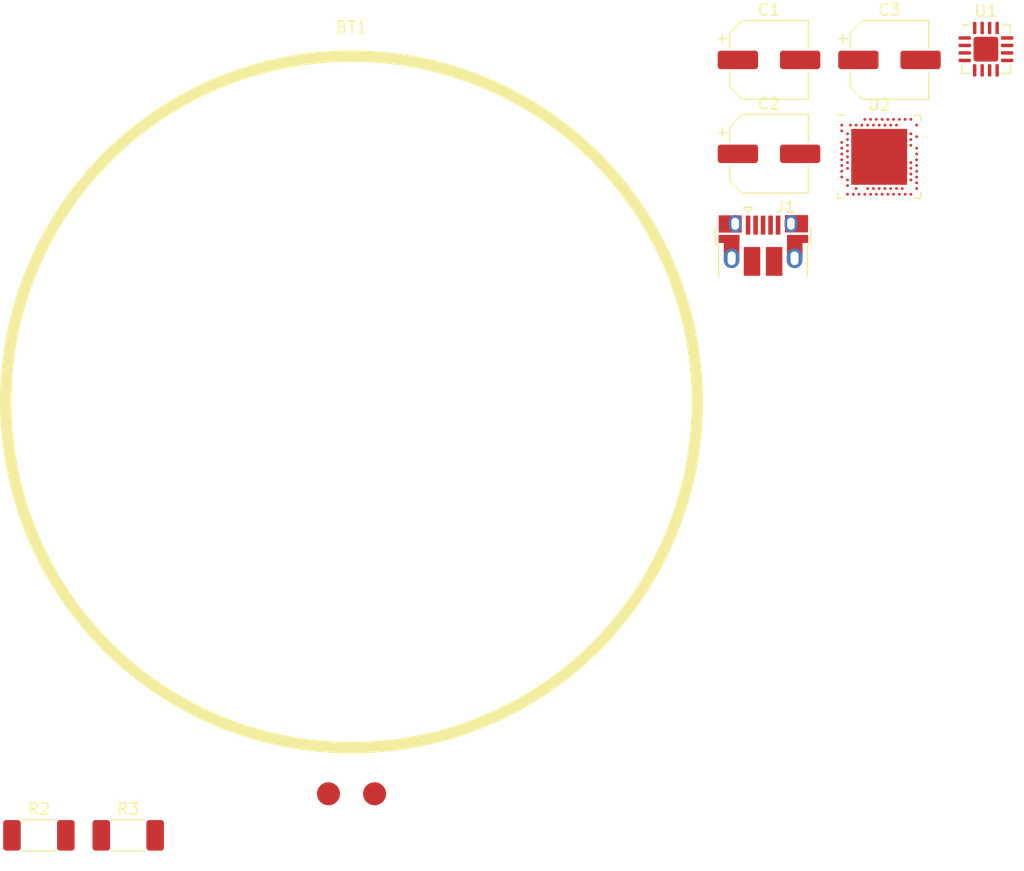
<source format=kicad_pcb>
(kicad_pcb (version 20171130) (host pcbnew "(5.1.2)-2")

  (general
    (thickness 1.6)
    (drawings 0)
    (tracks 0)
    (zones 0)
    (modules 9)
    (nets 82)
  )

  (page A4)
  (layers
    (0 F.Cu signal)
    (31 B.Cu signal)
    (32 B.Adhes user)
    (33 F.Adhes user)
    (34 B.Paste user)
    (35 F.Paste user)
    (36 B.SilkS user)
    (37 F.SilkS user)
    (38 B.Mask user)
    (39 F.Mask user)
    (40 Dwgs.User user)
    (41 Cmts.User user)
    (42 Eco1.User user)
    (43 Eco2.User user)
    (44 Edge.Cuts user)
    (45 Margin user)
    (46 B.CrtYd user)
    (47 F.CrtYd user)
    (48 B.Fab user)
    (49 F.Fab user)
  )

  (setup
    (last_trace_width 0.25)
    (trace_clearance 0.2)
    (zone_clearance 0.508)
    (zone_45_only no)
    (trace_min 0.2)
    (via_size 0.8)
    (via_drill 0.4)
    (via_min_size 0.4)
    (via_min_drill 0.3)
    (uvia_size 0.3)
    (uvia_drill 0.1)
    (uvias_allowed no)
    (uvia_min_size 0.2)
    (uvia_min_drill 0.1)
    (edge_width 0.1)
    (segment_width 0.2)
    (pcb_text_width 0.3)
    (pcb_text_size 1.5 1.5)
    (mod_edge_width 0.15)
    (mod_text_size 1 1)
    (mod_text_width 0.15)
    (pad_size 1.524 1.524)
    (pad_drill 0.762)
    (pad_to_mask_clearance 0)
    (aux_axis_origin 0 0)
    (visible_elements FFFFFF7F)
    (pcbplotparams
      (layerselection 0x010fc_ffffffff)
      (usegerberextensions false)
      (usegerberattributes false)
      (usegerberadvancedattributes false)
      (creategerberjobfile false)
      (excludeedgelayer true)
      (linewidth 0.100000)
      (plotframeref false)
      (viasonmask false)
      (mode 1)
      (useauxorigin false)
      (hpglpennumber 1)
      (hpglpenspeed 20)
      (hpglpendiameter 15.000000)
      (psnegative false)
      (psa4output false)
      (plotreference true)
      (plotvalue true)
      (plotinvisibletext false)
      (padsonsilk false)
      (subtractmaskfromsilk false)
      (outputformat 1)
      (mirror false)
      (drillshape 1)
      (scaleselection 1)
      (outputdirectory ""))
  )

  (net 0 "")
  (net 1 GND)
  (net 2 "Net-(C1-Pad2)")
  (net 3 VCC)
  (net 4 "Net-(C3-Pad2)")
  (net 5 "Net-(J1-Pad6)")
  (net 6 "Net-(J1-Pad4)")
  (net 7 /D+)
  (net 8 /D-)
  (net 9 "Net-(R2-Pad1)")
  (net 10 "Net-(R3-Pad1)")
  (net 11 "Net-(U1-Pad15)")
  (net 12 /CHRG)
  (net 13 "Net-(U1-Pad13)")
  (net 14 "Net-(U1-Pad11)")
  (net 15 "Net-(U1-Pad8)")
  (net 16 "Net-(U1-Pad7)")
  (net 17 "Net-(U1-Pad6)")
  (net 18 "Net-(U1-Pad5)")
  (net 19 "Net-(BT1-Pad2)")
  (net 20 "Net-(U2-PadAC24)")
  (net 21 "Net-(U2-PadAA24)")
  (net 22 "Net-(U2-PadW24)")
  (net 23 "Net-(U2-PadU24)")
  (net 24 "Net-(U2-PadR24)")
  (net 25 "Net-(U2-PadN24)")
  (net 26 "Net-(U2-PadL24)")
  (net 27 "Net-(U2-PadJ24)")
  (net 28 "Net-(U2-PadE24)")
  (net 29 "Net-(U2-PadY23)")
  (net 30 "Net-(U2-PadV23)")
  (net 31 "Net-(U2-PadT23)")
  (net 32 "Net-(U2-PadP23)")
  (net 33 "Net-(U2-PadH23)")
  (net 34 "Net-(U2-PadA23)")
  (net 35 "Net-(U2-PadA20)")
  (net 36 "Net-(U2-PadA18)")
  (net 37 "Net-(U2-PadA16)")
  (net 38 "Net-(U2-PadA14)")
  (net 39 "Net-(U2-PadA10)")
  (net 40 "Net-(U2-PadB19)")
  (net 41 "Net-(U2-PadB17)")
  (net 42 "Net-(U2-PadB15)")
  (net 43 "Net-(U2-PadB13)")
  (net 44 "Net-(U2-PadB11)")
  (net 45 "Net-(U2-PadB9)")
  (net 46 "Net-(U2-PadB5)")
  (net 47 "Net-(U2-PadAC5)")
  (net 48 "Net-(U2-PadAC9)")
  (net 49 "Net-(U2-PadAC11)")
  (net 50 "Net-(U2-PadAC13)")
  (net 51 "Net-(U2-PadAC15)")
  (net 52 "Net-(U2-PadAC17)")
  (net 53 "Net-(U2-PadAC19)")
  (net 54 "Net-(U2-PadAD22)")
  (net 55 "Net-(U2-PadAD20)")
  (net 56 "Net-(U2-PadAD18)")
  (net 57 "Net-(U2-PadAD16)")
  (net 58 "Net-(U2-PadAD12)")
  (net 59 "Net-(U2-PadAD10)")
  (net 60 "Net-(U2-PadAD8)")
  (net 61 "Net-(U2-PadD2)")
  (net 62 "Net-(U2-PadC1)")
  (net 63 "Net-(U2-PadF2)")
  (net 64 "Net-(U2-PadH2)")
  (net 65 "Net-(U2-PadK2)")
  (net 66 "Net-(U2-PadM2)")
  (net 67 "Net-(U2-PadP2)")
  (net 68 "Net-(U2-PadT2)")
  (net 69 "Net-(U2-PadG1)")
  (net 70 "Net-(U2-PadJ1)")
  (net 71 "Net-(U2-PadL1)")
  (net 72 "Net-(U2-PadN1)")
  (net 73 "Net-(U2-PadR1)")
  (net 74 "Net-(U2-PadU1)")
  (net 75 "Net-(U2-PadAB2)")
  (net 76 "Net-(U2-PadAD2)")
  (net 77 "Net-(U2-PadAC21)")
  (net 78 "Net-(U2-PadB3)")
  (net 79 "Net-(U2-PadA8)")
  (net 80 "Net-(U2-PadD23)")
  (net 81 "Net-(U2-PadB24)")

  (net_class Default "This is the default net class."
    (clearance 0.2)
    (trace_width 0.25)
    (via_dia 0.8)
    (via_drill 0.4)
    (uvia_dia 0.3)
    (uvia_drill 0.1)
    (add_net /CHRG)
    (add_net /D+)
    (add_net /D-)
    (add_net GND)
    (add_net "Net-(BT1-Pad2)")
    (add_net "Net-(C1-Pad2)")
    (add_net "Net-(C3-Pad2)")
    (add_net "Net-(J1-Pad4)")
    (add_net "Net-(J1-Pad6)")
    (add_net "Net-(R2-Pad1)")
    (add_net "Net-(R3-Pad1)")
    (add_net "Net-(U1-Pad11)")
    (add_net "Net-(U1-Pad13)")
    (add_net "Net-(U1-Pad15)")
    (add_net "Net-(U1-Pad5)")
    (add_net "Net-(U1-Pad6)")
    (add_net "Net-(U1-Pad7)")
    (add_net "Net-(U1-Pad8)")
    (add_net "Net-(U2-PadA10)")
    (add_net "Net-(U2-PadA14)")
    (add_net "Net-(U2-PadA16)")
    (add_net "Net-(U2-PadA18)")
    (add_net "Net-(U2-PadA20)")
    (add_net "Net-(U2-PadA23)")
    (add_net "Net-(U2-PadA8)")
    (add_net "Net-(U2-PadAA24)")
    (add_net "Net-(U2-PadAB2)")
    (add_net "Net-(U2-PadAC11)")
    (add_net "Net-(U2-PadAC13)")
    (add_net "Net-(U2-PadAC15)")
    (add_net "Net-(U2-PadAC17)")
    (add_net "Net-(U2-PadAC19)")
    (add_net "Net-(U2-PadAC21)")
    (add_net "Net-(U2-PadAC24)")
    (add_net "Net-(U2-PadAC5)")
    (add_net "Net-(U2-PadAC9)")
    (add_net "Net-(U2-PadAD10)")
    (add_net "Net-(U2-PadAD12)")
    (add_net "Net-(U2-PadAD16)")
    (add_net "Net-(U2-PadAD18)")
    (add_net "Net-(U2-PadAD2)")
    (add_net "Net-(U2-PadAD20)")
    (add_net "Net-(U2-PadAD22)")
    (add_net "Net-(U2-PadAD8)")
    (add_net "Net-(U2-PadB11)")
    (add_net "Net-(U2-PadB13)")
    (add_net "Net-(U2-PadB15)")
    (add_net "Net-(U2-PadB17)")
    (add_net "Net-(U2-PadB19)")
    (add_net "Net-(U2-PadB24)")
    (add_net "Net-(U2-PadB3)")
    (add_net "Net-(U2-PadB5)")
    (add_net "Net-(U2-PadB9)")
    (add_net "Net-(U2-PadC1)")
    (add_net "Net-(U2-PadD2)")
    (add_net "Net-(U2-PadD23)")
    (add_net "Net-(U2-PadE24)")
    (add_net "Net-(U2-PadF2)")
    (add_net "Net-(U2-PadG1)")
    (add_net "Net-(U2-PadH2)")
    (add_net "Net-(U2-PadH23)")
    (add_net "Net-(U2-PadJ1)")
    (add_net "Net-(U2-PadJ24)")
    (add_net "Net-(U2-PadK2)")
    (add_net "Net-(U2-PadL1)")
    (add_net "Net-(U2-PadL24)")
    (add_net "Net-(U2-PadM2)")
    (add_net "Net-(U2-PadN1)")
    (add_net "Net-(U2-PadN24)")
    (add_net "Net-(U2-PadP2)")
    (add_net "Net-(U2-PadP23)")
    (add_net "Net-(U2-PadR1)")
    (add_net "Net-(U2-PadR24)")
    (add_net "Net-(U2-PadT2)")
    (add_net "Net-(U2-PadT23)")
    (add_net "Net-(U2-PadU1)")
    (add_net "Net-(U2-PadU24)")
    (add_net "Net-(U2-PadV23)")
    (add_net "Net-(U2-PadW24)")
    (add_net "Net-(U2-PadY23)")
    (add_net VCC)
  )

  (module Package_DFN_QFN:Nordic_AQFN-73-1EP_7x7mm_P0.5mm (layer F.Cu) (tedit 5A55E2FA) (tstamp 5D28E4BC)
    (at 163.895 101.905001)
    (descr http://infocenter.nordicsemi.com/index.jsp?topic=%2Fcom.nordic.infocenter.nrf52%2Fdita%2Fnrf52%2Fchips%2Fnrf52840.html)
    (tags "AQFN 7mm ")
    (path /5D266D72)
    (attr smd)
    (fp_text reference U2 (at 0 -4.5) (layer F.SilkS)
      (effects (font (size 1 1) (thickness 0.15)))
    )
    (fp_text value nRF52840 (at 0.03 5.72) (layer F.Fab)
      (effects (font (size 1 1) (thickness 0.15)))
    )
    (fp_line (start -3 -3.5) (end 3.5 -3.5) (layer F.Fab) (width 0.1))
    (fp_line (start -3.5 -3) (end -3.5 3.5) (layer F.Fab) (width 0.1))
    (fp_line (start -3.5 3.5) (end 3.5 3.5) (layer F.Fab) (width 0.1))
    (fp_line (start 3.5 -3.5) (end 3.5 3.5) (layer F.Fab) (width 0.1))
    (fp_line (start -3.5 -3) (end -3 -3.5) (layer F.Fab) (width 0.1))
    (fp_line (start 3.61 -3.61) (end 3.05 -3.61) (layer F.SilkS) (width 0.12))
    (fp_line (start 3.61 -3.61) (end 3.61 -3.05) (layer F.SilkS) (width 0.12))
    (fp_line (start 3.61 3.61) (end 3.61 3.05) (layer F.SilkS) (width 0.12))
    (fp_line (start 3.61 3.61) (end 3.05 3.61) (layer F.SilkS) (width 0.12))
    (fp_line (start -3.61 3.61) (end -3.05 3.61) (layer F.SilkS) (width 0.12))
    (fp_line (start -3.61 3.61) (end -3.61 3.05) (layer F.SilkS) (width 0.12))
    (fp_line (start -3.61 -3.61) (end -3.05 -3.61) (layer F.SilkS) (width 0.12))
    (fp_line (start -3.81 -3.81) (end 3.81 -3.81) (layer F.CrtYd) (width 0.05))
    (fp_line (start -3.81 3.81) (end -3.81 -3.81) (layer F.CrtYd) (width 0.05))
    (fp_line (start 3.81 3.81) (end -3.81 3.81) (layer F.CrtYd) (width 0.05))
    (fp_line (start 3.81 -3.81) (end 3.81 3.81) (layer F.CrtYd) (width 0.05))
    (fp_text user %R (at 0 0) (layer F.Fab)
      (effects (font (size 1 1) (thickness 0.15)))
    )
    (pad AC24 smd circle (at 3.25 2.75 180) (size 0.25 0.25) (layers F.Cu F.Paste F.Mask)
      (net 20 "Net-(U2-PadAC24)"))
    (pad AA24 smd circle (at 3.25 2.25 180) (size 0.25 0.25) (layers F.Cu F.Paste F.Mask)
      (net 21 "Net-(U2-PadAA24)"))
    (pad W24 smd circle (at 3.25 1.75 180) (size 0.25 0.25) (layers F.Cu F.Paste F.Mask)
      (net 22 "Net-(U2-PadW24)"))
    (pad U24 smd circle (at 3.25 1.25 180) (size 0.25 0.25) (layers F.Cu F.Paste F.Mask)
      (net 23 "Net-(U2-PadU24)"))
    (pad R24 smd circle (at 3.25 0.75 180) (size 0.25 0.25) (layers F.Cu F.Paste F.Mask)
      (net 24 "Net-(U2-PadR24)"))
    (pad N24 smd circle (at 3.25 0.25 180) (size 0.25 0.25) (layers F.Cu F.Paste F.Mask)
      (net 25 "Net-(U2-PadN24)"))
    (pad L24 smd circle (at 3.25 -0.25 180) (size 0.25 0.25) (layers F.Cu F.Paste F.Mask)
      (net 26 "Net-(U2-PadL24)"))
    (pad J24 smd circle (at 3.25 -0.75 180) (size 0.25 0.25) (layers F.Cu F.Paste F.Mask)
      (net 27 "Net-(U2-PadJ24)"))
    (pad E24 smd circle (at 3.25 -1.75 180) (size 0.25 0.25) (layers F.Cu F.Paste F.Mask)
      (net 28 "Net-(U2-PadE24)"))
    (pad Y23 smd circle (at 2.75 2 180) (size 0.25 0.25) (layers F.Cu F.Paste F.Mask)
      (net 29 "Net-(U2-PadY23)"))
    (pad V23 smd circle (at 2.75 1.5 180) (size 0.25 0.25) (layers F.Cu F.Paste F.Mask)
      (net 30 "Net-(U2-PadV23)"))
    (pad T23 smd circle (at 2.75 1 180) (size 0.25 0.25) (layers F.Cu F.Paste F.Mask)
      (net 31 "Net-(U2-PadT23)"))
    (pad P23 smd circle (at 2.75 0.5 180) (size 0.25 0.25) (layers F.Cu F.Paste F.Mask)
      (net 32 "Net-(U2-PadP23)"))
    (pad H23 smd circle (at 2.75 -1 180) (size 0.25 0.25) (layers F.Cu F.Paste F.Mask)
      (net 33 "Net-(U2-PadH23)"))
    (pad F23 smd circle (at 2.75 -1.5 180) (size 0.25 0.25) (layers F.Cu F.Paste F.Mask)
      (net 1 GND))
    (pad A23 smd circle (at 2.75 -3.25 180) (size 0.25 0.25) (layers F.Cu F.Paste F.Mask)
      (net 34 "Net-(U2-PadA23)"))
    (pad A22 smd circle (at 2.25 -3.25 180) (size 0.25 0.25) (layers F.Cu F.Paste F.Mask)
      (net 10 "Net-(R3-Pad1)"))
    (pad A20 smd circle (at 1.75 -3.25 180) (size 0.25 0.25) (layers F.Cu F.Paste F.Mask)
      (net 35 "Net-(U2-PadA20)"))
    (pad A18 smd circle (at 1.25 -3.25 180) (size 0.25 0.25) (layers F.Cu F.Paste F.Mask)
      (net 36 "Net-(U2-PadA18)"))
    (pad A16 smd circle (at 0.75 -3.25 180) (size 0.25 0.25) (layers F.Cu F.Paste F.Mask)
      (net 37 "Net-(U2-PadA16)"))
    (pad A14 smd circle (at 0.25 -3.25 180) (size 0.25 0.25) (layers F.Cu F.Paste F.Mask)
      (net 38 "Net-(U2-PadA14)"))
    (pad A12 smd circle (at -0.25 -3.25 180) (size 0.25 0.25) (layers F.Cu F.Paste F.Mask)
      (net 12 /CHRG))
    (pad A10 smd circle (at -0.75 -3.25 180) (size 0.25 0.25) (layers F.Cu F.Paste F.Mask)
      (net 39 "Net-(U2-PadA10)"))
    (pad B19 smd circle (at 1.5 -2.75 180) (size 0.25 0.25) (layers F.Cu F.Paste F.Mask)
      (net 40 "Net-(U2-PadB19)"))
    (pad B17 smd circle (at 1 -2.75 180) (size 0.25 0.25) (layers F.Cu F.Paste F.Mask)
      (net 41 "Net-(U2-PadB17)"))
    (pad B15 smd circle (at 0.5 -2.75 180) (size 0.25 0.25) (layers F.Cu F.Paste F.Mask)
      (net 42 "Net-(U2-PadB15)"))
    (pad B13 smd circle (at 0 -2.75 180) (size 0.25 0.25) (layers F.Cu F.Paste F.Mask)
      (net 43 "Net-(U2-PadB13)"))
    (pad B11 smd circle (at -0.5 -2.75 180) (size 0.25 0.25) (layers F.Cu F.Paste F.Mask)
      (net 44 "Net-(U2-PadB11)"))
    (pad B9 smd circle (at -1 -2.75 180) (size 0.25 0.25) (layers F.Cu F.Paste F.Mask)
      (net 45 "Net-(U2-PadB9)"))
    (pad B7 smd circle (at -1.5 -2.75 180) (size 0.25 0.25) (layers F.Cu F.Paste F.Mask)
      (net 1 GND))
    (pad B5 smd circle (at -2 -2.75 180) (size 0.25 0.25) (layers F.Cu F.Paste F.Mask)
      (net 46 "Net-(U2-PadB5)"))
    (pad AC5 smd circle (at -2 2.75 180) (size 0.25 0.25) (layers F.Cu F.Paste F.Mask)
      (net 47 "Net-(U2-PadAC5)"))
    (pad AC9 smd circle (at -1 2.75 180) (size 0.25 0.25) (layers F.Cu F.Paste F.Mask)
      (net 48 "Net-(U2-PadAC9)"))
    (pad AC11 smd circle (at -0.5 2.75 180) (size 0.25 0.25) (layers F.Cu F.Paste F.Mask)
      (net 49 "Net-(U2-PadAC11)"))
    (pad AC13 smd circle (at 0 2.75 180) (size 0.25 0.25) (layers F.Cu F.Paste F.Mask)
      (net 50 "Net-(U2-PadAC13)"))
    (pad AC15 smd circle (at 0.5 2.75 180) (size 0.25 0.25) (layers F.Cu F.Paste F.Mask)
      (net 51 "Net-(U2-PadAC15)"))
    (pad AC17 smd circle (at 1 2.75 180) (size 0.25 0.25) (layers F.Cu F.Paste F.Mask)
      (net 52 "Net-(U2-PadAC17)"))
    (pad AC19 smd circle (at 1.5 2.75 180) (size 0.25 0.25) (layers F.Cu F.Paste F.Mask)
      (net 53 "Net-(U2-PadAC19)"))
    (pad AD22 smd circle (at 2.25 3.25 180) (size 0.25 0.25) (layers F.Cu F.Paste F.Mask)
      (net 54 "Net-(U2-PadAD22)"))
    (pad AD20 smd circle (at 1.75 3.25 180) (size 0.25 0.25) (layers F.Cu F.Paste F.Mask)
      (net 55 "Net-(U2-PadAD20)"))
    (pad AD18 smd circle (at 1.25 3.25 180) (size 0.25 0.25) (layers F.Cu F.Paste F.Mask)
      (net 56 "Net-(U2-PadAD18)"))
    (pad AD16 smd circle (at 0.75 3.25 180) (size 0.25 0.25) (layers F.Cu F.Paste F.Mask)
      (net 57 "Net-(U2-PadAD16)"))
    (pad AD14 smd circle (at 0.25 3.25 180) (size 0.25 0.25) (layers F.Cu F.Paste F.Mask)
      (net 10 "Net-(R3-Pad1)"))
    (pad AD12 smd circle (at -0.25 3.25 180) (size 0.25 0.25) (layers F.Cu F.Paste F.Mask)
      (net 58 "Net-(U2-PadAD12)"))
    (pad AD10 smd circle (at -0.75 3.25 180) (size 0.25 0.25) (layers F.Cu F.Paste F.Mask)
      (net 59 "Net-(U2-PadAD10)"))
    (pad AD8 smd circle (at -1.25 3.25 180) (size 0.25 0.25) (layers F.Cu F.Paste F.Mask)
      (net 60 "Net-(U2-PadAD8)"))
    (pad AD6 smd circle (at -1.75 3.25 180) (size 0.25 0.25) (layers F.Cu F.Paste F.Mask)
      (net 7 /D+))
    (pad AD4 smd circle (at -2.25 3.25 180) (size 0.25 0.25) (layers F.Cu F.Paste F.Mask)
      (net 8 /D-))
    (pad B1 smd circle (at -3.25 -2.75 180) (size 0.25 0.25) (layers F.Cu F.Paste F.Mask)
      (net 10 "Net-(R3-Pad1)"))
    (pad D2 smd circle (at -2.75 -2 180) (size 0.25 0.25) (layers F.Cu F.Paste F.Mask)
      (net 61 "Net-(U2-PadD2)"))
    (pad C1 smd circle (at -3.25 -2.25 180) (size 0.25 0.25) (layers F.Cu F.Paste F.Mask)
      (net 62 "Net-(U2-PadC1)"))
    (pad F2 smd circle (at -2.75 -1.5 180) (size 0.25 0.25) (layers F.Cu F.Paste F.Mask)
      (net 63 "Net-(U2-PadF2)"))
    (pad H2 smd circle (at -2.75 -1 180) (size 0.25 0.25) (layers F.Cu F.Paste F.Mask)
      (net 64 "Net-(U2-PadH2)"))
    (pad K2 smd circle (at -2.75 -0.5 180) (size 0.25 0.25) (layers F.Cu F.Paste F.Mask)
      (net 65 "Net-(U2-PadK2)"))
    (pad M2 smd circle (at -2.75 0 180) (size 0.25 0.25) (layers F.Cu F.Paste F.Mask)
      (net 66 "Net-(U2-PadM2)"))
    (pad P2 smd circle (at -2.75 0.5 180) (size 0.25 0.25) (layers F.Cu F.Paste F.Mask)
      (net 67 "Net-(U2-PadP2)"))
    (pad T2 smd circle (at -2.75 1 180) (size 0.25 0.25) (layers F.Cu F.Paste F.Mask)
      (net 68 "Net-(U2-PadT2)"))
    (pad G1 smd circle (at -3.25 -1.25 180) (size 0.25 0.25) (layers F.Cu F.Paste F.Mask)
      (net 69 "Net-(U2-PadG1)"))
    (pad J1 smd circle (at -3.25 -0.75 180) (size 0.25 0.25) (layers F.Cu F.Paste F.Mask)
      (net 70 "Net-(U2-PadJ1)"))
    (pad L1 smd circle (at -3.25 -0.25 180) (size 0.25 0.25) (layers F.Cu F.Paste F.Mask)
      (net 71 "Net-(U2-PadL1)"))
    (pad N1 smd circle (at -3.25 0.25 180) (size 0.25 0.25) (layers F.Cu F.Paste F.Mask)
      (net 72 "Net-(U2-PadN1)"))
    (pad R1 smd circle (at -3.25 0.75 180) (size 0.25 0.25) (layers F.Cu F.Paste F.Mask)
      (net 73 "Net-(U2-PadR1)"))
    (pad U1 smd circle (at -3.25 1.25 180) (size 0.25 0.25) (layers F.Cu F.Paste F.Mask)
      (net 74 "Net-(U2-PadU1)"))
    (pad W1 smd circle (at -3.25 1.75 180) (size 0.25 0.25) (layers F.Cu F.Paste F.Mask)
      (net 10 "Net-(R3-Pad1)"))
    (pad Y2 smd circle (at -2.75 2 180) (size 0.25 0.25) (layers F.Cu F.Paste F.Mask)
      (net 3 VCC))
    (pad AB2 smd circle (at -2.75 2.5 180) (size 0.25 0.25) (layers F.Cu F.Paste F.Mask)
      (net 75 "Net-(U2-PadAB2)"))
    (pad AD2 smd circle (at -2.75 3.25 180) (size 0.25 0.25) (layers F.Cu F.Paste F.Mask)
      (net 76 "Net-(U2-PadAD2)"))
    (pad AD23 smd circle (at 2.75 3.25 180) (size 0.25 0.25) (layers F.Cu F.Paste F.Mask)
      (net 10 "Net-(R3-Pad1)"))
    (pad AC21 smd circle (at 2 2.75 180) (size 0.25 0.25) (layers F.Cu F.Paste F.Mask)
      (net 77 "Net-(U2-PadAC21)"))
    (pad B3 smd circle (at -2.5 -2.75 180) (size 0.25 0.25) (layers F.Cu F.Paste F.Mask)
      (net 78 "Net-(U2-PadB3)"))
    (pad A8 smd circle (at -1.25 -3.25 180) (size 0.25 0.25) (layers F.Cu F.Paste F.Mask)
      (net 79 "Net-(U2-PadA8)"))
    (pad D23 smd circle (at 2.75 -2 180) (size 0.25 0.25) (layers F.Cu F.Paste F.Mask)
      (net 80 "Net-(U2-PadD23)"))
    (pad B24 smd circle (at 3.25 -2.75 180) (size 0.25 0.25) (layers F.Cu F.Paste F.Mask)
      (net 81 "Net-(U2-PadB24)"))
    (pad EP smd rect (at 0 0 180) (size 4.85 4.85) (layers F.Cu F.Mask)
      (net 1 GND))
    (pad "" smd rect (at -1.2125 -1.2125 180) (size 2 2) (layers F.Paste))
    (pad "" smd rect (at 1.2125 -1.2125 180) (size 2 2) (layers F.Paste))
    (pad "" smd rect (at -1.2125 1.2125 180) (size 2 2) (layers F.Paste))
    (pad "" smd rect (at 1.2125 1.2125 180) (size 2 2) (layers F.Paste))
    (model ${KISYS3DMOD}/Package_DFN_QFN.3dshapes/Nordic_AQFN-73-1EP_7x7mm_P0.5mm.wrl
      (at (xyz 0 0 0))
      (scale (xyz 1 1 1))
      (rotate (xyz 0 0 0))
    )
  )

  (module Package_DFN_QFN:QFN-16-1EP_4x4mm_P0.65mm_EP2.15x2.15mm (layer F.Cu) (tedit 5C200589) (tstamp 5D28E459)
    (at 173.155 92.565001)
    (descr "QFN, 16 Pin (https://www.analog.com/media/en/technical-documentation/data-sheets/4001f.pdf), generated with kicad-footprint-generator ipc_dfn_qfn_generator.py")
    (tags "QFN DFN_QFN")
    (path /5D284F37)
    (attr smd)
    (fp_text reference U1 (at 0 -3.32) (layer F.SilkS)
      (effects (font (size 1 1) (thickness 0.15)))
    )
    (fp_text value LTC4055 (at 0 3.32) (layer F.Fab)
      (effects (font (size 1 1) (thickness 0.15)))
    )
    (fp_text user %R (at 0 0) (layer F.Fab)
      (effects (font (size 1 1) (thickness 0.15)))
    )
    (fp_line (start 2.62 -2.62) (end -2.62 -2.62) (layer F.CrtYd) (width 0.05))
    (fp_line (start 2.62 2.62) (end 2.62 -2.62) (layer F.CrtYd) (width 0.05))
    (fp_line (start -2.62 2.62) (end 2.62 2.62) (layer F.CrtYd) (width 0.05))
    (fp_line (start -2.62 -2.62) (end -2.62 2.62) (layer F.CrtYd) (width 0.05))
    (fp_line (start -2 -1) (end -1 -2) (layer F.Fab) (width 0.1))
    (fp_line (start -2 2) (end -2 -1) (layer F.Fab) (width 0.1))
    (fp_line (start 2 2) (end -2 2) (layer F.Fab) (width 0.1))
    (fp_line (start 2 -2) (end 2 2) (layer F.Fab) (width 0.1))
    (fp_line (start -1 -2) (end 2 -2) (layer F.Fab) (width 0.1))
    (fp_line (start -1.385 -2.11) (end -2.11 -2.11) (layer F.SilkS) (width 0.12))
    (fp_line (start 2.11 2.11) (end 2.11 1.385) (layer F.SilkS) (width 0.12))
    (fp_line (start 1.385 2.11) (end 2.11 2.11) (layer F.SilkS) (width 0.12))
    (fp_line (start -2.11 2.11) (end -2.11 1.385) (layer F.SilkS) (width 0.12))
    (fp_line (start -1.385 2.11) (end -2.11 2.11) (layer F.SilkS) (width 0.12))
    (fp_line (start 2.11 -2.11) (end 2.11 -1.385) (layer F.SilkS) (width 0.12))
    (fp_line (start 1.385 -2.11) (end 2.11 -2.11) (layer F.SilkS) (width 0.12))
    (pad 16 smd roundrect (at -0.975 -1.8375) (size 0.3 1.075) (layers F.Cu F.Paste F.Mask) (roundrect_rratio 0.25)
      (net 1 GND))
    (pad 15 smd roundrect (at -0.325 -1.8375) (size 0.3 1.075) (layers F.Cu F.Paste F.Mask) (roundrect_rratio 0.25)
      (net 11 "Net-(U1-Pad15)"))
    (pad 14 smd roundrect (at 0.325 -1.8375) (size 0.3 1.075) (layers F.Cu F.Paste F.Mask) (roundrect_rratio 0.25)
      (net 12 /CHRG))
    (pad 13 smd roundrect (at 0.975 -1.8375) (size 0.3 1.075) (layers F.Cu F.Paste F.Mask) (roundrect_rratio 0.25)
      (net 13 "Net-(U1-Pad13)"))
    (pad 12 smd roundrect (at 1.8375 -0.975) (size 1.075 0.3) (layers F.Cu F.Paste F.Mask) (roundrect_rratio 0.25)
      (net 4 "Net-(C3-Pad2)"))
    (pad 11 smd roundrect (at 1.8375 -0.325) (size 1.075 0.3) (layers F.Cu F.Paste F.Mask) (roundrect_rratio 0.25)
      (net 14 "Net-(U1-Pad11)"))
    (pad 10 smd roundrect (at 1.8375 0.325) (size 1.075 0.3) (layers F.Cu F.Paste F.Mask) (roundrect_rratio 0.25)
      (net 1 GND))
    (pad 9 smd roundrect (at 1.8375 0.975) (size 1.075 0.3) (layers F.Cu F.Paste F.Mask) (roundrect_rratio 0.25)
      (net 9 "Net-(R2-Pad1)"))
    (pad 8 smd roundrect (at 0.975 1.8375) (size 0.3 1.075) (layers F.Cu F.Paste F.Mask) (roundrect_rratio 0.25)
      (net 15 "Net-(U1-Pad8)"))
    (pad 7 smd roundrect (at 0.325 1.8375) (size 0.3 1.075) (layers F.Cu F.Paste F.Mask) (roundrect_rratio 0.25)
      (net 16 "Net-(U1-Pad7)"))
    (pad 6 smd roundrect (at -0.325 1.8375) (size 0.3 1.075) (layers F.Cu F.Paste F.Mask) (roundrect_rratio 0.25)
      (net 17 "Net-(U1-Pad6)"))
    (pad 5 smd roundrect (at -0.975 1.8375) (size 0.3 1.075) (layers F.Cu F.Paste F.Mask) (roundrect_rratio 0.25)
      (net 18 "Net-(U1-Pad5)"))
    (pad 4 smd roundrect (at -1.8375 0.975) (size 1.075 0.3) (layers F.Cu F.Paste F.Mask) (roundrect_rratio 0.25)
      (net 2 "Net-(C1-Pad2)"))
    (pad 3 smd roundrect (at -1.8375 0.325) (size 1.075 0.3) (layers F.Cu F.Paste F.Mask) (roundrect_rratio 0.25)
      (net 3 VCC))
    (pad 2 smd roundrect (at -1.8375 -0.325) (size 1.075 0.3) (layers F.Cu F.Paste F.Mask) (roundrect_rratio 0.25)
      (net 19 "Net-(BT1-Pad2)"))
    (pad 1 smd roundrect (at -1.8375 -0.975) (size 1.075 0.3) (layers F.Cu F.Paste F.Mask) (roundrect_rratio 0.25)
      (net 2 "Net-(C1-Pad2)"))
    (pad "" smd roundrect (at 0.54 0.54) (size 0.87 0.87) (layers F.Paste) (roundrect_rratio 0.25))
    (pad "" smd roundrect (at 0.54 -0.54) (size 0.87 0.87) (layers F.Paste) (roundrect_rratio 0.25))
    (pad "" smd roundrect (at -0.54 0.54) (size 0.87 0.87) (layers F.Paste) (roundrect_rratio 0.25))
    (pad "" smd roundrect (at -0.54 -0.54) (size 0.87 0.87) (layers F.Paste) (roundrect_rratio 0.25))
    (pad 17 smd roundrect (at 0 0) (size 2.15 2.15) (layers F.Cu F.Mask) (roundrect_rratio 0.116279)
      (net 1 GND))
    (model ${KISYS3DMOD}/Package_DFN_QFN.3dshapes/QFN-16-1EP_4x4mm_P0.65mm_EP2.15x2.15mm.wrl
      (at (xyz 0 0 0))
      (scale (xyz 1 1 1))
      (rotate (xyz 0 0 0))
    )
  )

  (module Resistor_SMD:R_2010_5025Metric_Pad1.52x2.65mm_HandSolder (layer F.Cu) (tedit 5B301BBD) (tstamp 5D28E42F)
    (at 98.735 160.775001)
    (descr "Resistor SMD 2010 (5025 Metric), square (rectangular) end terminal, IPC_7351 nominal with elongated pad for handsoldering. (Body size source: http://www.tortai-tech.com/upload/download/2011102023233369053.pdf), generated with kicad-footprint-generator")
    (tags "resistor handsolder")
    (path /5D3003DE)
    (attr smd)
    (fp_text reference R3 (at 0 -2.28) (layer F.SilkS)
      (effects (font (size 1 1) (thickness 0.15)))
    )
    (fp_text value 100K (at 0 2.28) (layer F.Fab)
      (effects (font (size 1 1) (thickness 0.15)))
    )
    (fp_text user %R (at 0 0) (layer F.Fab)
      (effects (font (size 1 1) (thickness 0.15)))
    )
    (fp_line (start 3.35 1.58) (end -3.35 1.58) (layer F.CrtYd) (width 0.05))
    (fp_line (start 3.35 -1.58) (end 3.35 1.58) (layer F.CrtYd) (width 0.05))
    (fp_line (start -3.35 -1.58) (end 3.35 -1.58) (layer F.CrtYd) (width 0.05))
    (fp_line (start -3.35 1.58) (end -3.35 -1.58) (layer F.CrtYd) (width 0.05))
    (fp_line (start -1.402064 1.36) (end 1.402064 1.36) (layer F.SilkS) (width 0.12))
    (fp_line (start -1.402064 -1.36) (end 1.402064 -1.36) (layer F.SilkS) (width 0.12))
    (fp_line (start 2.5 1.25) (end -2.5 1.25) (layer F.Fab) (width 0.1))
    (fp_line (start 2.5 -1.25) (end 2.5 1.25) (layer F.Fab) (width 0.1))
    (fp_line (start -2.5 -1.25) (end 2.5 -1.25) (layer F.Fab) (width 0.1))
    (fp_line (start -2.5 1.25) (end -2.5 -1.25) (layer F.Fab) (width 0.1))
    (pad 2 smd roundrect (at 2.3375 0) (size 1.525 2.65) (layers F.Cu F.Paste F.Mask) (roundrect_rratio 0.163934)
      (net 1 GND))
    (pad 1 smd roundrect (at -2.3375 0) (size 1.525 2.65) (layers F.Cu F.Paste F.Mask) (roundrect_rratio 0.163934)
      (net 10 "Net-(R3-Pad1)"))
    (model ${KISYS3DMOD}/Resistor_SMD.3dshapes/R_2010_5025Metric.wrl
      (at (xyz 0 0 0))
      (scale (xyz 1 1 1))
      (rotate (xyz 0 0 0))
    )
  )

  (module Resistor_SMD:R_2010_5025Metric_Pad1.52x2.65mm_HandSolder (layer F.Cu) (tedit 5B301BBD) (tstamp 5D28E41E)
    (at 90.985 160.775001)
    (descr "Resistor SMD 2010 (5025 Metric), square (rectangular) end terminal, IPC_7351 nominal with elongated pad for handsoldering. (Body size source: http://www.tortai-tech.com/upload/download/2011102023233369053.pdf), generated with kicad-footprint-generator")
    (tags "resistor handsolder")
    (path /5D2B50D0)
    (attr smd)
    (fp_text reference R2 (at 0 -2.28) (layer F.SilkS)
      (effects (font (size 1 1) (thickness 0.15)))
    )
    (fp_text value 52.3k (at 0 2.28) (layer F.Fab)
      (effects (font (size 1 1) (thickness 0.15)))
    )
    (fp_text user %R (at 0 0) (layer F.Fab)
      (effects (font (size 1 1) (thickness 0.15)))
    )
    (fp_line (start 3.35 1.58) (end -3.35 1.58) (layer F.CrtYd) (width 0.05))
    (fp_line (start 3.35 -1.58) (end 3.35 1.58) (layer F.CrtYd) (width 0.05))
    (fp_line (start -3.35 -1.58) (end 3.35 -1.58) (layer F.CrtYd) (width 0.05))
    (fp_line (start -3.35 1.58) (end -3.35 -1.58) (layer F.CrtYd) (width 0.05))
    (fp_line (start -1.402064 1.36) (end 1.402064 1.36) (layer F.SilkS) (width 0.12))
    (fp_line (start -1.402064 -1.36) (end 1.402064 -1.36) (layer F.SilkS) (width 0.12))
    (fp_line (start 2.5 1.25) (end -2.5 1.25) (layer F.Fab) (width 0.1))
    (fp_line (start 2.5 -1.25) (end 2.5 1.25) (layer F.Fab) (width 0.1))
    (fp_line (start -2.5 -1.25) (end 2.5 -1.25) (layer F.Fab) (width 0.1))
    (fp_line (start -2.5 1.25) (end -2.5 -1.25) (layer F.Fab) (width 0.1))
    (pad 2 smd roundrect (at 2.3375 0) (size 1.525 2.65) (layers F.Cu F.Paste F.Mask) (roundrect_rratio 0.163934)
      (net 1 GND))
    (pad 1 smd roundrect (at -2.3375 0) (size 1.525 2.65) (layers F.Cu F.Paste F.Mask) (roundrect_rratio 0.163934)
      (net 9 "Net-(R2-Pad1)"))
    (model ${KISYS3DMOD}/Resistor_SMD.3dshapes/R_2010_5025Metric.wrl
      (at (xyz 0 0 0))
      (scale (xyz 1 1 1))
      (rotate (xyz 0 0 0))
    )
  )

  (module Connector_USB:USB_Micro-B_Amphenol_10103594-0001LF_Horizontal (layer F.Cu) (tedit 5A1DC0BD) (tstamp 5D28E40D)
    (at 153.845 109.595001)
    (descr "Micro USB Type B 10103594-0001LF, http://cdn.amphenol-icc.com/media/wysiwyg/files/drawing/10103594.pdf")
    (tags "USB USB_B USB_micro USB_OTG")
    (path /5D268F33)
    (attr smd)
    (fp_text reference J1 (at 1.925 -3.365) (layer F.SilkS)
      (effects (font (size 1 1) (thickness 0.15)))
    )
    (fp_text value USB_B_Micro (at -0.025 4.435) (layer F.Fab)
      (effects (font (size 1 1) (thickness 0.15)))
    )
    (fp_line (start 4.14 3.58) (end -4.13 3.58) (layer F.CrtYd) (width 0.05))
    (fp_line (start 4.14 3.58) (end 4.14 -2.88) (layer F.CrtYd) (width 0.05))
    (fp_line (start -4.13 -2.88) (end -4.13 3.58) (layer F.CrtYd) (width 0.05))
    (fp_line (start -4.13 -2.88) (end 4.14 -2.88) (layer F.CrtYd) (width 0.05))
    (fp_line (start -4.025 2.835) (end 3.975 2.835) (layer Dwgs.User) (width 0.1))
    (fp_line (start -3.775 3.335) (end -3.775 -0.865) (layer F.Fab) (width 0.12))
    (fp_line (start -2.975 -1.615) (end 3.725 -1.615) (layer F.Fab) (width 0.12))
    (fp_line (start 3.725 -1.615) (end 3.725 3.335) (layer F.Fab) (width 0.12))
    (fp_line (start 3.725 3.335) (end -3.775 3.335) (layer F.Fab) (width 0.12))
    (fp_line (start -3.775 -0.865) (end -2.975 -1.615) (layer F.Fab) (width 0.12))
    (fp_line (start -1.325 -2.865) (end -1.725 -3.315) (layer F.SilkS) (width 0.12))
    (fp_line (start -1.725 -3.315) (end -0.925 -3.315) (layer F.SilkS) (width 0.12))
    (fp_line (start -0.925 -3.315) (end -1.325 -2.865) (layer F.SilkS) (width 0.12))
    (fp_line (start 3.825 2.735) (end 3.825 -0.065) (layer F.SilkS) (width 0.12))
    (fp_line (start 3.825 -0.065) (end 4.125 -0.065) (layer F.SilkS) (width 0.12))
    (fp_line (start 4.125 -0.065) (end 4.125 -1.615) (layer F.SilkS) (width 0.12))
    (fp_line (start -3.875 2.735) (end -3.875 -0.065) (layer F.SilkS) (width 0.12))
    (fp_line (start -4.175 -0.065) (end -3.875 -0.065) (layer F.SilkS) (width 0.12))
    (fp_line (start -4.175 -0.065) (end -4.175 -1.615) (layer F.SilkS) (width 0.12))
    (fp_text user %R (at -0.025 -0.015) (layer F.Fab)
      (effects (font (size 1 1) (thickness 0.15)))
    )
    (fp_text user "PCB edge" (at -0.025 2.235) (layer Dwgs.User)
      (effects (font (size 0.5 0.5) (thickness 0.075)))
    )
    (pad 6 smd rect (at 0.935 1.385 90) (size 2.5 1.43) (layers F.Cu F.Paste F.Mask)
      (net 5 "Net-(J1-Pad6)"))
    (pad 6 smd rect (at -0.985 1.385 90) (size 2.5 1.43) (layers F.Cu F.Paste F.Mask)
      (net 5 "Net-(J1-Pad6)"))
    (pad 6 thru_hole oval (at 2.705 1.115 90) (size 1.7 1.35) (drill oval 1.2 0.7) (layers *.Cu *.Mask)
      (net 5 "Net-(J1-Pad6)"))
    (pad 6 thru_hole oval (at -2.755 1.115 90) (size 1.7 1.35) (drill oval 1.2 0.7) (layers *.Cu *.Mask)
      (net 5 "Net-(J1-Pad6)"))
    (pad 6 thru_hole oval (at 2.395 -1.885 90) (size 1.5 1.1) (drill oval 1.05 0.65) (layers *.Cu *.Mask)
      (net 5 "Net-(J1-Pad6)"))
    (pad 6 thru_hole oval (at -2.445 -1.885 90) (size 1.5 1.1) (drill oval 1.05 0.65) (layers *.Cu *.Mask)
      (net 5 "Net-(J1-Pad6)"))
    (pad 5 smd rect (at 1.275 -1.765 90) (size 1.65 0.4) (layers F.Cu F.Paste F.Mask)
      (net 1 GND))
    (pad 4 smd rect (at 0.625 -1.765 90) (size 1.65 0.4) (layers F.Cu F.Paste F.Mask)
      (net 6 "Net-(J1-Pad4)"))
    (pad 3 smd rect (at -0.025 -1.765 90) (size 1.65 0.4) (layers F.Cu F.Paste F.Mask)
      (net 7 /D+))
    (pad 2 smd rect (at -0.675 -1.765 90) (size 1.65 0.4) (layers F.Cu F.Paste F.Mask)
      (net 8 /D-))
    (pad 1 smd rect (at -1.325 -1.765 90) (size 1.65 0.4) (layers F.Cu F.Paste F.Mask)
      (net 2 "Net-(C1-Pad2)"))
    (pad 6 smd rect (at 2.875 -1.885) (size 2 1.5) (layers F.Cu F.Paste F.Mask)
      (net 5 "Net-(J1-Pad6)"))
    (pad 6 smd rect (at -2.875 -1.865) (size 2 1.5) (layers F.Cu F.Paste F.Mask)
      (net 5 "Net-(J1-Pad6)"))
    (pad 6 smd rect (at 2.975 -0.565) (size 1.825 0.7) (layers F.Cu F.Paste F.Mask)
      (net 5 "Net-(J1-Pad6)"))
    (pad 6 smd rect (at -2.975 -0.565) (size 1.825 0.7) (layers F.Cu F.Paste F.Mask)
      (net 5 "Net-(J1-Pad6)"))
    (pad 6 smd rect (at -2.755 0.185) (size 1.35 2) (layers F.Cu F.Paste F.Mask)
      (net 5 "Net-(J1-Pad6)"))
    (pad 6 smd rect (at 2.725 0.185) (size 1.35 2) (layers F.Cu F.Paste F.Mask)
      (net 5 "Net-(J1-Pad6)"))
    (model ${KISYS3DMOD}/Connector_USB.3dshapes/USB_Micro-B_Amphenol_10103594-0001LF_Horizontal.wrl
      (at (xyz 0 0 0))
      (scale (xyz 1 1 1))
      (rotate (xyz 0 0 0))
    )
  )

  (module Capacitor_SMD:CP_Elec_6.3x5.4_Nichicon (layer F.Cu) (tedit 5BCA39D0) (tstamp 5D28E3E3)
    (at 164.785 93.495001)
    (descr "SMD capacitor, aluminum electrolytic, Nichicon, 6.3x5.4mm")
    (tags "capacitor electrolytic")
    (path /5D32F5F1)
    (attr smd)
    (fp_text reference C3 (at 0 -4.35) (layer F.SilkS)
      (effects (font (size 1 1) (thickness 0.15)))
    )
    (fp_text value 31.25uF (at 0 4.35) (layer F.Fab)
      (effects (font (size 1 1) (thickness 0.15)))
    )
    (fp_text user %R (at 0 0) (layer F.Fab)
      (effects (font (size 1 1) (thickness 0.15)))
    )
    (fp_line (start -4.7 1.05) (end -3.55 1.05) (layer F.CrtYd) (width 0.05))
    (fp_line (start -4.7 -1.05) (end -4.7 1.05) (layer F.CrtYd) (width 0.05))
    (fp_line (start -3.55 -1.05) (end -4.7 -1.05) (layer F.CrtYd) (width 0.05))
    (fp_line (start -3.55 1.05) (end -3.55 2.4) (layer F.CrtYd) (width 0.05))
    (fp_line (start -3.55 -2.4) (end -3.55 -1.05) (layer F.CrtYd) (width 0.05))
    (fp_line (start -3.55 -2.4) (end -2.4 -3.55) (layer F.CrtYd) (width 0.05))
    (fp_line (start -3.55 2.4) (end -2.4 3.55) (layer F.CrtYd) (width 0.05))
    (fp_line (start -2.4 -3.55) (end 3.55 -3.55) (layer F.CrtYd) (width 0.05))
    (fp_line (start -2.4 3.55) (end 3.55 3.55) (layer F.CrtYd) (width 0.05))
    (fp_line (start 3.55 1.05) (end 3.55 3.55) (layer F.CrtYd) (width 0.05))
    (fp_line (start 4.7 1.05) (end 3.55 1.05) (layer F.CrtYd) (width 0.05))
    (fp_line (start 4.7 -1.05) (end 4.7 1.05) (layer F.CrtYd) (width 0.05))
    (fp_line (start 3.55 -1.05) (end 4.7 -1.05) (layer F.CrtYd) (width 0.05))
    (fp_line (start 3.55 -3.55) (end 3.55 -1.05) (layer F.CrtYd) (width 0.05))
    (fp_line (start -4.04375 -2.24125) (end -4.04375 -1.45375) (layer F.SilkS) (width 0.12))
    (fp_line (start -4.4375 -1.8475) (end -3.65 -1.8475) (layer F.SilkS) (width 0.12))
    (fp_line (start -3.41 2.345563) (end -2.345563 3.41) (layer F.SilkS) (width 0.12))
    (fp_line (start -3.41 -2.345563) (end -2.345563 -3.41) (layer F.SilkS) (width 0.12))
    (fp_line (start -3.41 -2.345563) (end -3.41 -1.06) (layer F.SilkS) (width 0.12))
    (fp_line (start -3.41 2.345563) (end -3.41 1.06) (layer F.SilkS) (width 0.12))
    (fp_line (start -2.345563 3.41) (end 3.41 3.41) (layer F.SilkS) (width 0.12))
    (fp_line (start -2.345563 -3.41) (end 3.41 -3.41) (layer F.SilkS) (width 0.12))
    (fp_line (start 3.41 -3.41) (end 3.41 -1.06) (layer F.SilkS) (width 0.12))
    (fp_line (start 3.41 3.41) (end 3.41 1.06) (layer F.SilkS) (width 0.12))
    (fp_line (start -2.389838 -1.645) (end -2.389838 -1.015) (layer F.Fab) (width 0.1))
    (fp_line (start -2.704838 -1.33) (end -2.074838 -1.33) (layer F.Fab) (width 0.1))
    (fp_line (start -3.3 2.3) (end -2.3 3.3) (layer F.Fab) (width 0.1))
    (fp_line (start -3.3 -2.3) (end -2.3 -3.3) (layer F.Fab) (width 0.1))
    (fp_line (start -3.3 -2.3) (end -3.3 2.3) (layer F.Fab) (width 0.1))
    (fp_line (start -2.3 3.3) (end 3.3 3.3) (layer F.Fab) (width 0.1))
    (fp_line (start -2.3 -3.3) (end 3.3 -3.3) (layer F.Fab) (width 0.1))
    (fp_line (start 3.3 -3.3) (end 3.3 3.3) (layer F.Fab) (width 0.1))
    (fp_circle (center 0 0) (end 3.15 0) (layer F.Fab) (width 0.1))
    (pad 2 smd roundrect (at 2.7 0) (size 3.5 1.6) (layers F.Cu F.Paste F.Mask) (roundrect_rratio 0.15625)
      (net 4 "Net-(C3-Pad2)"))
    (pad 1 smd roundrect (at -2.7 0) (size 3.5 1.6) (layers F.Cu F.Paste F.Mask) (roundrect_rratio 0.15625)
      (net 1 GND))
    (model ${KISYS3DMOD}/Capacitor_SMD.3dshapes/CP_Elec_6.3x5.4_Nichicon.wrl
      (at (xyz 0 0 0))
      (scale (xyz 1 1 1))
      (rotate (xyz 0 0 0))
    )
  )

  (module Capacitor_SMD:CP_Elec_6.3x5.4_Nichicon (layer F.Cu) (tedit 5BCA39D0) (tstamp 5D28E3BB)
    (at 154.335 101.645001)
    (descr "SMD capacitor, aluminum electrolytic, Nichicon, 6.3x5.4mm")
    (tags "capacitor electrolytic")
    (path /5D2A3631)
    (attr smd)
    (fp_text reference C2 (at 0 -4.35) (layer F.SilkS)
      (effects (font (size 1 1) (thickness 0.15)))
    )
    (fp_text value 10uf (at 0 4.35) (layer F.Fab)
      (effects (font (size 1 1) (thickness 0.15)))
    )
    (fp_text user %R (at 0 0) (layer F.Fab)
      (effects (font (size 1 1) (thickness 0.15)))
    )
    (fp_line (start -4.7 1.05) (end -3.55 1.05) (layer F.CrtYd) (width 0.05))
    (fp_line (start -4.7 -1.05) (end -4.7 1.05) (layer F.CrtYd) (width 0.05))
    (fp_line (start -3.55 -1.05) (end -4.7 -1.05) (layer F.CrtYd) (width 0.05))
    (fp_line (start -3.55 1.05) (end -3.55 2.4) (layer F.CrtYd) (width 0.05))
    (fp_line (start -3.55 -2.4) (end -3.55 -1.05) (layer F.CrtYd) (width 0.05))
    (fp_line (start -3.55 -2.4) (end -2.4 -3.55) (layer F.CrtYd) (width 0.05))
    (fp_line (start -3.55 2.4) (end -2.4 3.55) (layer F.CrtYd) (width 0.05))
    (fp_line (start -2.4 -3.55) (end 3.55 -3.55) (layer F.CrtYd) (width 0.05))
    (fp_line (start -2.4 3.55) (end 3.55 3.55) (layer F.CrtYd) (width 0.05))
    (fp_line (start 3.55 1.05) (end 3.55 3.55) (layer F.CrtYd) (width 0.05))
    (fp_line (start 4.7 1.05) (end 3.55 1.05) (layer F.CrtYd) (width 0.05))
    (fp_line (start 4.7 -1.05) (end 4.7 1.05) (layer F.CrtYd) (width 0.05))
    (fp_line (start 3.55 -1.05) (end 4.7 -1.05) (layer F.CrtYd) (width 0.05))
    (fp_line (start 3.55 -3.55) (end 3.55 -1.05) (layer F.CrtYd) (width 0.05))
    (fp_line (start -4.04375 -2.24125) (end -4.04375 -1.45375) (layer F.SilkS) (width 0.12))
    (fp_line (start -4.4375 -1.8475) (end -3.65 -1.8475) (layer F.SilkS) (width 0.12))
    (fp_line (start -3.41 2.345563) (end -2.345563 3.41) (layer F.SilkS) (width 0.12))
    (fp_line (start -3.41 -2.345563) (end -2.345563 -3.41) (layer F.SilkS) (width 0.12))
    (fp_line (start -3.41 -2.345563) (end -3.41 -1.06) (layer F.SilkS) (width 0.12))
    (fp_line (start -3.41 2.345563) (end -3.41 1.06) (layer F.SilkS) (width 0.12))
    (fp_line (start -2.345563 3.41) (end 3.41 3.41) (layer F.SilkS) (width 0.12))
    (fp_line (start -2.345563 -3.41) (end 3.41 -3.41) (layer F.SilkS) (width 0.12))
    (fp_line (start 3.41 -3.41) (end 3.41 -1.06) (layer F.SilkS) (width 0.12))
    (fp_line (start 3.41 3.41) (end 3.41 1.06) (layer F.SilkS) (width 0.12))
    (fp_line (start -2.389838 -1.645) (end -2.389838 -1.015) (layer F.Fab) (width 0.1))
    (fp_line (start -2.704838 -1.33) (end -2.074838 -1.33) (layer F.Fab) (width 0.1))
    (fp_line (start -3.3 2.3) (end -2.3 3.3) (layer F.Fab) (width 0.1))
    (fp_line (start -3.3 -2.3) (end -2.3 -3.3) (layer F.Fab) (width 0.1))
    (fp_line (start -3.3 -2.3) (end -3.3 2.3) (layer F.Fab) (width 0.1))
    (fp_line (start -2.3 3.3) (end 3.3 3.3) (layer F.Fab) (width 0.1))
    (fp_line (start -2.3 -3.3) (end 3.3 -3.3) (layer F.Fab) (width 0.1))
    (fp_line (start 3.3 -3.3) (end 3.3 3.3) (layer F.Fab) (width 0.1))
    (fp_circle (center 0 0) (end 3.15 0) (layer F.Fab) (width 0.1))
    (pad 2 smd roundrect (at 2.7 0) (size 3.5 1.6) (layers F.Cu F.Paste F.Mask) (roundrect_rratio 0.15625)
      (net 3 VCC))
    (pad 1 smd roundrect (at -2.7 0) (size 3.5 1.6) (layers F.Cu F.Paste F.Mask) (roundrect_rratio 0.15625)
      (net 1 GND))
    (model ${KISYS3DMOD}/Capacitor_SMD.3dshapes/CP_Elec_6.3x5.4_Nichicon.wrl
      (at (xyz 0 0 0))
      (scale (xyz 1 1 1))
      (rotate (xyz 0 0 0))
    )
  )

  (module Capacitor_SMD:CP_Elec_6.3x5.4_Nichicon (layer F.Cu) (tedit 5BCA39D0) (tstamp 5D28E393)
    (at 154.335 93.495001)
    (descr "SMD capacitor, aluminum electrolytic, Nichicon, 6.3x5.4mm")
    (tags "capacitor electrolytic")
    (path /5D295C6C)
    (attr smd)
    (fp_text reference C1 (at 0 -4.35) (layer F.SilkS)
      (effects (font (size 1 1) (thickness 0.15)))
    )
    (fp_text value 10uf (at 0 4.35) (layer F.Fab)
      (effects (font (size 1 1) (thickness 0.15)))
    )
    (fp_text user %R (at 0 0) (layer F.Fab)
      (effects (font (size 1 1) (thickness 0.15)))
    )
    (fp_line (start -4.7 1.05) (end -3.55 1.05) (layer F.CrtYd) (width 0.05))
    (fp_line (start -4.7 -1.05) (end -4.7 1.05) (layer F.CrtYd) (width 0.05))
    (fp_line (start -3.55 -1.05) (end -4.7 -1.05) (layer F.CrtYd) (width 0.05))
    (fp_line (start -3.55 1.05) (end -3.55 2.4) (layer F.CrtYd) (width 0.05))
    (fp_line (start -3.55 -2.4) (end -3.55 -1.05) (layer F.CrtYd) (width 0.05))
    (fp_line (start -3.55 -2.4) (end -2.4 -3.55) (layer F.CrtYd) (width 0.05))
    (fp_line (start -3.55 2.4) (end -2.4 3.55) (layer F.CrtYd) (width 0.05))
    (fp_line (start -2.4 -3.55) (end 3.55 -3.55) (layer F.CrtYd) (width 0.05))
    (fp_line (start -2.4 3.55) (end 3.55 3.55) (layer F.CrtYd) (width 0.05))
    (fp_line (start 3.55 1.05) (end 3.55 3.55) (layer F.CrtYd) (width 0.05))
    (fp_line (start 4.7 1.05) (end 3.55 1.05) (layer F.CrtYd) (width 0.05))
    (fp_line (start 4.7 -1.05) (end 4.7 1.05) (layer F.CrtYd) (width 0.05))
    (fp_line (start 3.55 -1.05) (end 4.7 -1.05) (layer F.CrtYd) (width 0.05))
    (fp_line (start 3.55 -3.55) (end 3.55 -1.05) (layer F.CrtYd) (width 0.05))
    (fp_line (start -4.04375 -2.24125) (end -4.04375 -1.45375) (layer F.SilkS) (width 0.12))
    (fp_line (start -4.4375 -1.8475) (end -3.65 -1.8475) (layer F.SilkS) (width 0.12))
    (fp_line (start -3.41 2.345563) (end -2.345563 3.41) (layer F.SilkS) (width 0.12))
    (fp_line (start -3.41 -2.345563) (end -2.345563 -3.41) (layer F.SilkS) (width 0.12))
    (fp_line (start -3.41 -2.345563) (end -3.41 -1.06) (layer F.SilkS) (width 0.12))
    (fp_line (start -3.41 2.345563) (end -3.41 1.06) (layer F.SilkS) (width 0.12))
    (fp_line (start -2.345563 3.41) (end 3.41 3.41) (layer F.SilkS) (width 0.12))
    (fp_line (start -2.345563 -3.41) (end 3.41 -3.41) (layer F.SilkS) (width 0.12))
    (fp_line (start 3.41 -3.41) (end 3.41 -1.06) (layer F.SilkS) (width 0.12))
    (fp_line (start 3.41 3.41) (end 3.41 1.06) (layer F.SilkS) (width 0.12))
    (fp_line (start -2.389838 -1.645) (end -2.389838 -1.015) (layer F.Fab) (width 0.1))
    (fp_line (start -2.704838 -1.33) (end -2.074838 -1.33) (layer F.Fab) (width 0.1))
    (fp_line (start -3.3 2.3) (end -2.3 3.3) (layer F.Fab) (width 0.1))
    (fp_line (start -3.3 -2.3) (end -2.3 -3.3) (layer F.Fab) (width 0.1))
    (fp_line (start -3.3 -2.3) (end -3.3 2.3) (layer F.Fab) (width 0.1))
    (fp_line (start -2.3 3.3) (end 3.3 3.3) (layer F.Fab) (width 0.1))
    (fp_line (start -2.3 -3.3) (end 3.3 -3.3) (layer F.Fab) (width 0.1))
    (fp_line (start 3.3 -3.3) (end 3.3 3.3) (layer F.Fab) (width 0.1))
    (fp_circle (center 0 0) (end 3.15 0) (layer F.Fab) (width 0.1))
    (pad 2 smd roundrect (at 2.7 0) (size 3.5 1.6) (layers F.Cu F.Paste F.Mask) (roundrect_rratio 0.15625)
      (net 2 "Net-(C1-Pad2)"))
    (pad 1 smd roundrect (at -2.7 0) (size 3.5 1.6) (layers F.Cu F.Paste F.Mask) (roundrect_rratio 0.15625)
      (net 1 GND))
    (model ${KISYS3DMOD}/Capacitor_SMD.3dshapes/CP_Elec_6.3x5.4_Nichicon.wrl
      (at (xyz 0 0 0))
      (scale (xyz 1 1 1))
      (rotate (xyz 0 0 0))
    )
  )

  (module Battery:Battery_Illinois_Capacitor_RJD3048ST1 (layer F.Cu) (tedit 5D282582) (tstamp 5D28E36B)
    (at 118.11 90.17)
    (path /5D26FA15)
    (attr smd)
    (fp_text reference BT1 (at 0 0.5) (layer F.SilkS)
      (effects (font (size 1 1) (thickness 0.15)))
    )
    (fp_text value Battery_Cell (at 0 -0.5) (layer F.Fab)
      (effects (font (size 1 1) (thickness 0.15)))
    )
    (fp_line (start 2.5 67) (end 1.5 67) (layer F.Fab) (width 0.12))
    (fp_line (start 1.5 67) (end 1.5 63) (layer F.Fab) (width 0.12))
    (fp_line (start 2.5 63) (end 2.5 67) (layer F.Fab) (width 0.12))
    (fp_line (start -2.5 67) (end -2.5 63) (layer F.Fab) (width 0.12))
    (fp_line (start -1.5 67) (end -2.5 67) (layer F.Fab) (width 0.12))
    (fp_line (start -1.5 63) (end -1.5 67) (layer F.Fab) (width 0.12))
    (fp_circle (center 0 33) (end 30 33) (layer F.SilkS) (width 1))
    (pad 1 smd circle (at 2 67) (size 2 2) (layers F.Cu F.Paste F.Mask)
      (net 1 GND))
    (pad 1 smd circle (at -2 67) (size 2 2) (layers F.Cu F.Paste F.Mask)
      (net 1 GND))
  )

)

</source>
